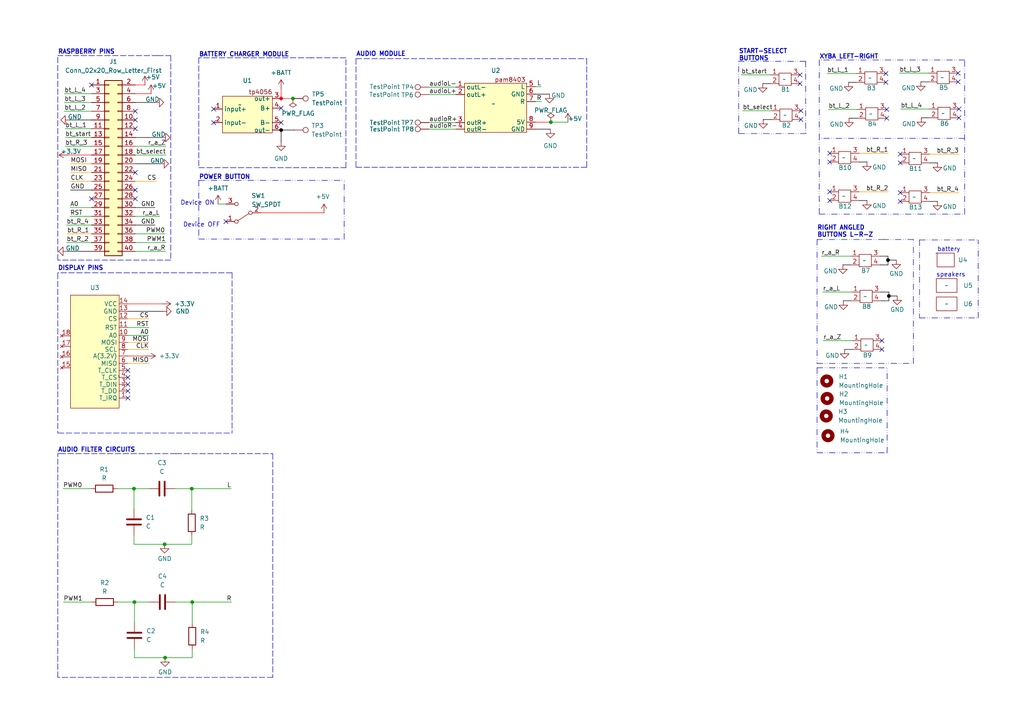
<source format=kicad_sch>
(kicad_sch (version 20230121) (generator eeschema)
  (paper "A4")
  (lib_symbols
    (symbol "Connector:TestPoint" (pin_numbers hide) (pin_names (offset 0.762) hide)
      (property "Reference" "TP" (at 0 6.858 0))
      (property "Value" "TestPoint" (at 0 5.08 0))
      (symbol "TestPoint_0_1"
        (circle (center 0 3.302) (radius 0.762))
      )
      (symbol "TestPoint_1_1"
        (pin passive line (at 0 0 90) (length 2.54) (name "1") (number "1"))
      )
    )
    (symbol "Connector_Generic:Conn_02x20_Odd_Even" (pin_names (offset 1.016) hide)
      (property "Reference" "J" (at 1.27 25.4 0))
      (property "Value" "Conn_02x20_Odd_Even" (at 1.27 -27.94 0))
      (symbol "Conn_02x20_Odd_Even_1_1"
        (rectangle (start -1.27 -25.273) (end 0 -25.527) (stroke (width 0.1524)))
        (rectangle (start -1.27 -22.733) (end 0 -22.987) (stroke (width 0.1524)))
        (rectangle (start -1.27 -20.193) (end 0 -20.447) (stroke (width 0.1524)))
        (rectangle (start -1.27 -17.653) (end 0 -17.907) (stroke (width 0.1524)))
        (rectangle (start -1.27 -15.113) (end 0 -15.367) (stroke (width 0.1524)))
        (rectangle (start -1.27 -12.573) (end 0 -12.827) (stroke (width 0.1524)))
        (rectangle (start -1.27 -10.033) (end 0 -10.287) (stroke (width 0.1524)))
        (rectangle (start -1.27 -7.493) (end 0 -7.747) (stroke (width 0.1524)))
        (rectangle (start -1.27 -4.953) (end 0 -5.207) (stroke (width 0.1524)))
        (rectangle (start -1.27 -2.413) (end 0 -2.667) (stroke (width 0.1524)))
        (rectangle (start -1.27 0.127) (end 0 -0.127) (stroke (width 0.1524)))
        (rectangle (start -1.27 2.667) (end 0 2.413) (stroke (width 0.1524)))
        (rectangle (start -1.27 5.207) (end 0 4.953) (stroke (width 0.1524)))
        (rectangle (start -1.27 7.747) (end 0 7.493) (stroke (width 0.1524)))
        (rectangle (start -1.27 10.287) (end 0 10.033) (stroke (width 0.1524)))
        (rectangle (start -1.27 12.827) (end 0 12.573) (stroke (width 0.1524)))
        (rectangle (start -1.27 15.367) (end 0 15.113) (stroke (width 0.1524)))
        (rectangle (start -1.27 17.907) (end 0 17.653) (stroke (width 0.1524)))
        (rectangle (start -1.27 20.447) (end 0 20.193) (stroke (width 0.1524)))
        (rectangle (start -1.27 22.987) (end 0 22.733) (stroke (width 0.1524)))
        (rectangle (start -1.27 24.13) (end 3.81 -26.67) (stroke (width 0.254)) (fill (type background)))
        (rectangle (start 3.81 -25.273) (end 2.54 -25.527) (stroke (width 0.1524)))
        (rectangle (start 3.81 -22.733) (end 2.54 -22.987) (stroke (width 0.1524)))
        (rectangle (start 3.81 -20.193) (end 2.54 -20.447) (stroke (width 0.1524)))
        (rectangle (start 3.81 -17.653) (end 2.54 -17.907) (stroke (width 0.1524)))
        (rectangle (start 3.81 -15.113) (end 2.54 -15.367) (stroke (width 0.1524)))
        (rectangle (start 3.81 -12.573) (end 2.54 -12.827) (stroke (width 0.1524)))
        (rectangle (start 3.81 -10.033) (end 2.54 -10.287) (stroke (width 0.1524)))
        (rectangle (start 3.81 -7.493) (end 2.54 -7.747) (stroke (width 0.1524)))
        (rectangle (start 3.81 -4.953) (end 2.54 -5.207) (stroke (width 0.1524)))
        (rectangle (start 3.81 -2.413) (end 2.54 -2.667) (stroke (width 0.1524)))
        (rectangle (start 3.81 0.127) (end 2.54 -0.127) (stroke (width 0.1524)))
        (rectangle (start 3.81 2.667) (end 2.54 2.413) (stroke (width 0.1524)))
        (rectangle (start 3.81 5.207) (end 2.54 4.953) (stroke (width 0.1524)))
        (rectangle (start 3.81 7.747) (end 2.54 7.493) (stroke (width 0.1524)))
        (rectangle (start 3.81 10.287) (end 2.54 10.033) (stroke (width 0.1524)))
        (rectangle (start 3.81 12.827) (end 2.54 12.573) (stroke (width 0.1524)))
        (rectangle (start 3.81 15.367) (end 2.54 15.113) (stroke (width 0.1524)))
        (rectangle (start 3.81 17.907) (end 2.54 17.653) (stroke (width 0.1524)))
        (rectangle (start 3.81 20.447) (end 2.54 20.193) (stroke (width 0.1524)))
        (rectangle (start 3.81 22.987) (end 2.54 22.733) (stroke (width 0.1524)))
        (pin passive line (at -5.08 22.86 0) (length 3.81) (name "Pin_1") (number "1"))
        (pin passive line (at 7.62 12.7 180) (length 3.81) (name "Pin_10") (number "10"))
        (pin passive line (at -5.08 10.16 0) (length 3.81) (name "Pin_11") (number "11"))
        (pin passive line (at 7.62 10.16 180) (length 3.81) (name "Pin_12") (number "12"))
        (pin passive line (at -5.08 7.62 0) (length 3.81) (name "Pin_13") (number "13"))
        (pin passive line (at 7.62 7.62 180) (length 3.81) (name "Pin_14") (number "14"))
        (pin passive line (at -5.08 5.08 0) (length 3.81) (name "Pin_15") (number "15"))
        (pin passive line (at 7.62 5.08 180) (length 3.81) (name "Pin_16") (number "16"))
        (pin passive line (at -5.08 2.54 0) (length 3.81) (name "Pin_17") (number "17"))
        (pin passive line (at 7.62 2.54 180) (length 3.81) (name "Pin_18") (number "18"))
        (pin passive line (at -5.08 0 0) (length 3.81) (name "Pin_19") (number "19"))
        (pin passive line (at 7.62 22.86 180) (length 3.81) (name "Pin_2") (number "2"))
        (pin passive line (at 7.62 0 180) (length 3.81) (name "Pin_20") (number "20"))
        (pin passive line (at -5.08 -2.54 0) (length 3.81) (name "Pin_21") (number "21"))
        (pin passive line (at 7.62 -2.54 180) (length 3.81) (name "Pin_22") (number "22"))
        (pin passive line (at -5.08 -5.08 0) (length 3.81) (name "Pin_23") (number "23"))
        (pin passive line (at 7.62 -5.08 180) (length 3.81) (name "Pin_24") (number "24"))
        (pin passive line (at -5.08 -7.62 0) (length 3.81) (name "Pin_25") (number "25"))
        (pin passive line (at 7.62 -7.62 180) (length 3.81) (name "Pin_26") (number "26"))
        (pin passive line (at -5.08 -10.16 0) (length 3.81) (name "Pin_27") (number "27"))
        (pin passive line (at 7.62 -10.16 180) (length 3.81) (name "Pin_28") (number "28"))
        (pin passive line (at -5.08 -12.7 0) (length 3.81) (name "Pin_29") (number "29"))
        (pin passive line (at -5.08 20.32 0) (length 3.81) (name "Pin_3") (number "3"))
        (pin passive line (at 7.62 -12.7 180) (length 3.81) (name "Pin_30") (number "30"))
        (pin passive line (at -5.08 -15.24 0) (length 3.81) (name "Pin_31") (number "31"))
        (pin passive line (at 7.62 -15.24 180) (length 3.81) (name "Pin_32") (number "32"))
        (pin passive line (at -5.08 -17.78 0) (length 3.81) (name "Pin_33") (number "33"))
        (pin passive line (at 7.62 -17.78 180) (length 3.81) (name "Pin_34") (number "34"))
        (pin passive line (at -5.08 -20.32 0) (length 3.81) (name "Pin_35") (number "35"))
        (pin passive line (at 7.62 -20.32 180) (length 3.81) (name "Pin_36") (number "36"))
        (pin passive line (at -5.08 -22.86 0) (length 3.81) (name "Pin_37") (number "37"))
        (pin passive line (at 7.62 -22.86 180) (length 3.81) (name "Pin_38") (number "38"))
        (pin passive line (at -5.08 -25.4 0) (length 3.81) (name "Pin_39") (number "39"))
        (pin passive line (at 7.62 20.32 180) (length 3.81) (name "Pin_4") (number "4"))
        (pin passive line (at 7.62 -25.4 180) (length 3.81) (name "Pin_40") (number "40"))
        (pin passive line (at -5.08 17.78 0) (length 3.81) (name "Pin_5") (number "5"))
        (pin passive line (at 7.62 17.78 180) (length 3.81) (name "Pin_6") (number "6"))
        (pin passive line (at -5.08 15.24 0) (length 3.81) (name "Pin_7") (number "7"))
        (pin passive line (at 7.62 15.24 180) (length 3.81) (name "Pin_8") (number "8"))
        (pin passive line (at -5.08 12.7 0) (length 3.81) (name "Pin_9") (number "9"))
      )
    )
    (symbol "Device:C" (pin_numbers hide) (pin_names (offset 0.254))
      (property "Reference" "C" (at 0.635 2.54 0))
      (property "Value" "C" (at 0.635 -2.54 0))
      (symbol "C_0_1"
        (polyline (pts (xy -2.032 -0.762) (xy 2.032 -0.762)) (stroke (width 0.508)))
        (polyline (pts (xy -2.032 0.762) (xy 2.032 0.762)) (stroke (width 0.508)))
      )
      (symbol "C_1_1"
        (pin passive line (at 0 3.81 270) (length 2.794) (name "~") (number "1"))
        (pin passive line (at 0 -3.81 90) (length 2.794) (name "~") (number "2"))
      )
    )
    (symbol "Device:R" (pin_numbers hide) (pin_names (offset 0))
      (property "Reference" "R" (at 2.032 0 90))
      (property "Value" "R" (at 0 0 90))
      (symbol "R_0_1"
        (rectangle (start -1.016 -2.54) (end 1.016 2.54) (stroke (width 0.254)))
      )
      (symbol "R_1_1"
        (pin passive line (at 0 3.81 270) (length 1.27) (name "~") (number "1"))
        (pin passive line (at 0 -3.81 90) (length 1.27) (name "~") (number "2"))
      )
    )
    (symbol "Mechanical:MountingHole" (pin_names (offset 1.016))
      (property "Reference" "H" (at 0 5.08 0))
      (property "Value" "MountingHole" (at 0 3.175 0))
      (symbol "MountingHole_0_1"
        (circle (center 0 0) (radius 1.27) (stroke (width 1.27)))
      )
    )
    (symbol "New_Library:ili9341"
      (property "Reference" "U" (at 4.064 19.685 0))
      (symbol "ili9341_1_1"
        (rectangle (start 7.366 17.526) (end -6.731 -15.24) (fill (type background)))
        (pin output line (at -9.271 14.605 0) (length 2.54) (name "T_IRQ") (number "1"))
        (pin output line (at -9.271 -3.556 0) (length 2.54) (name "A0") (number "10"))
        (pin output line (at -9.271 -5.842 0) (length 2.54) (name "RST") (number "11"))
        (pin output line (at -9.271 -8.382 0) (length 2.54) (name "CS") (number "12"))
        (pin output line (at -9.271 -10.541 0) (length 2.54) (name "GND") (number "13"))
        (pin output line (at -9.271 -12.7 0) (length 2.54) (name "VCC") (number "14"))
        (pin no_connect line (at 9.906 5.842 180) (length 2.54) (name "") (number "15"))
        (pin no_connect line (at 9.906 2.667 180) (length 2.54) (name "") (number "16"))
        (pin no_connect line (at 9.906 -0.381 180) (length 2.54) (name "") (number "17"))
        (pin no_connect line (at 9.906 -3.429 180) (length 2.54) (name "") (number "18"))
        (pin output line (at -9.271 12.573 0) (length 2.54) (name "T_DO") (number "2"))
        (pin output line (at -9.271 10.668 0) (length 2.54) (name "T_DIN") (number "3"))
        (pin output line (at -9.271 8.636 0) (length 2.54) (name "T_CS") (number "4"))
        (pin output line (at -9.271 6.604 0) (length 2.54) (name "T_CLK") (number "5"))
        (pin output line (at -9.271 4.572 0) (length 2.54) (name "MISO") (number "6"))
        (pin output line (at -9.271 2.413 0) (length 2.54) (name "A(3.2V)") (number "7"))
        (pin output line (at -9.271 0.508 0) (length 2.54) (name "SCL") (number "8"))
        (pin output line (at -9.271 -1.524 0) (length 2.54) (name "MOSI") (number "9"))
      )
    )
    (symbol "New_Library:pam8403"
      (property "Reference" "U" (at -1.905 6.985 0))
      (symbol "pam8403_1_1"
        (rectangle (start -8.382 5.969) (end 9.652 -8.255) (fill (type background)))
        (text "pam8403" (at 4.826 6.985 0) (effects (font (size 1.27 1.27))))
        (pin output line (at -10.922 4.826 0) (length 2.54) (name "outL-") (number "1"))
        (pin output line (at -10.922 2.667 0) (length 2.54) (name "outL+") (number "2"))
        (pin output line (at -10.922 -5.461 0) (length 2.54) (name "outR+") (number "3"))
        (pin output line (at -10.922 -7.366 0) (length 2.54) (name "outR-") (number "4"))
        (pin output line (at 12.192 4.953 180) (length 2.54) (name "L") (number "5"))
        (pin output line (at 12.192 2.794 180) (length 2.54) (name "GND") (number "6"))
        (pin output line (at 12.192 0.635 180) (length 2.54) (name "R") (number "7"))
        (pin output line (at 12.192 -5.334 180) (length 2.54) (name "5V") (number "8"))
        (pin output line (at 12.192 -7.366 180) (length 2.54) (name "GND") (number "9"))
      )
    )
    (symbol "New_Library:smd_button"
      (property "Reference" "B" (at -2.032 1.27 0))
      (symbol "smd_button_0_1"
        (rectangle (start -3.556 0) (end 0 -3.556))
      )
      (symbol "smd_button_1_1"
        (pin input line (at -6.096 -0.508 0) (length 2.54) (name "") (number "1"))
        (pin output line (at -6.096 -3.048 0) (length 2.54) (name "") (number "2"))
        (pin input line (at 2.54 -0.508 180) (length 2.54) (name "") (number "3"))
        (pin output line (at 2.54 -3.048 180) (length 2.54) (name "") (number "4"))
      )
    )
    (symbol "New_Library:tp4056"
      (property "Reference" "U" (at 4.9784 2.1844 0))
      (symbol "tp4056_1_1"
        (rectangle (start 0 -0.0762) (end 14.4526 -10.7442) (fill (type background)))
        (text "tp4056" (at 11.049 1.143 0) (effects (font (size 1.27 1.27))))
        (pin input line (at -2.54 -3.81 0) (length 2.54) (name "input+") (number "1"))
        (pin input line (at -2.54 -7.747 0) (length 2.54) (name "input-") (number "2"))
        (pin output line (at 17.018 -0.762 180) (length 2.54) (name "out+") (number "3"))
        (pin output line (at 17.018 -3.556 180) (length 2.54) (name "B+") (number "4"))
        (pin output line (at 17.018 -7.747 180) (length 2.54) (name "B-") (number "5"))
        (pin output line (at 17.018 -9.906 180) (length 2.54) (name "out-") (number "6"))
      )
    )
    (symbol "Switch:SW_SPDT" (pin_names (offset 0) hide)
      (property "Reference" "SW" (at 0 4.318 0))
      (property "Value" "SW_SPDT" (at 0 -5.08 0))
      (symbol "SW_SPDT_0_0"
        (circle (center -2.032 0) (radius 0.508))
        (circle (center 2.032 -2.54) (radius 0.508))
      )
      (symbol "SW_SPDT_0_1"
        (polyline (pts (xy -1.524 0.254) (xy 1.651 2.286)))
        (circle (center 2.032 2.54) (radius 0.508))
      )
      (symbol "SW_SPDT_1_1"
        (pin passive line (at 5.08 2.54 180) (length 2.54) (name "A") (number "1"))
        (pin passive line (at -5.08 0 0) (length 2.54) (name "B") (number "2"))
        (pin passive line (at 5.08 -2.54 180) (length 2.54) (name "C") (number "3"))
      )
    )
    (symbol "pil:hoparlor"
      (property "Reference" "U" (at 0 0 0))
      (symbol "hoparlor_0_1"
        (polyline (pts (xy -3 2) (xy 3 2) (xy 3 -2) (xy -3 -2) (xy -3 2)))
      )
    )
    (symbol "pil:pil"
      (property "Reference" "U" (at 1 1 0))
      (symbol "pil_0_1"
        (polyline (pts (xy 0 0) (xy 5 0) (xy 5 -4) (xy 0 -4) (xy 0 0)))
      )
    )
    (symbol "power:+3.3V" (power) (pin_names (offset 0))
      (property "Value" "+3.3V" (at 0 3.556 0))
      (symbol "+3.3V_0_1"
        (polyline (pts (xy -0.762 1.27) (xy 0 2.54)))
        (polyline (pts (xy 0 0) (xy 0 2.54)))
        (polyline (pts (xy 0 2.54) (xy 0.762 1.27)))
      )
      (symbol "+3.3V_1_1"
        (pin power_in line (at 0 0 90) (length 0) hide (name "+3.3V") (number "1"))
      )
    )
    (symbol "power:+5V" (power) (pin_names (offset 0))
      (property "Value" "+5V" (at 0 3.556 0))
      (symbol "+5V_0_1"
        (polyline (pts (xy -0.762 1.27) (xy 0 2.54)))
        (polyline (pts (xy 0 0) (xy 0 2.54)))
        (polyline (pts (xy 0 2.54) (xy 0.762 1.27)))
      )
      (symbol "+5V_1_1"
        (pin power_in line (at 0 0 90) (length 0) hide (name "+5V") (number "1"))
      )
    )
    (symbol "power:+BATT" (power) (pin_names (offset 0))
      (property "Value" "+BATT" (at 0 3.556 0))
      (symbol "+BATT_0_1"
        (polyline (pts (xy -0.762 1.27) (xy 0 2.54)))
        (polyline (pts (xy 0 0) (xy 0 2.54)))
        (polyline (pts (xy 0 2.54) (xy 0.762 1.27)))
      )
      (symbol "+BATT_1_1"
        (pin power_in line (at 0 0 90) (length 0) hide (name "+BATT") (number "1"))
      )
    )
    (symbol "power:GND" (power) (pin_names (offset 0))
      (property "Value" "GND" (at 0 -3.81 0))
      (symbol "GND_0_1"
        (polyline (pts (xy 0 0) (xy 0 -1.27) (xy 1.27 -1.27) (xy 0 -2.54) (xy -1.27 -1.27) (xy 0 -1.27)))
      )
      (symbol "GND_1_1"
        (pin power_in line (at 0 0 270) (length 0) hide (name "GND") (number "1"))
      )
    )
    (symbol "power:PWR_FLAG" (power) (pin_numbers hide) (pin_names (offset 0) hide)
      (property "Value" "PWR_FLAG" (at 0 3.81 0))
      (symbol "PWR_FLAG_0_0"
        (pin power_out line (at 0 0 90) (length 0) (name "pwr") (number "1"))
      )
      (symbol "PWR_FLAG_0_1"
        (polyline (pts (xy 0 0) (xy 0 1.27) (xy -1.016 1.905) (xy 0 2.54) (xy 1.016 1.905) (xy 0 1.27)))
      )
    )
  )
  (junction (at 55.626 141.732))
  (junction (at 81.534 37.719) (color 0 0 0 1))
  (junction (at 81.534 28.575) (color 255 0 0 1))
  (junction (at 47.752 157.861))
  (junction (at 84.963 28.575))
  (junction (at 257.556 75.438) (color 0 0 0 1))
  (junction (at 38.862 141.732))
  (junction (at 47.879 190.754))
  (junction (at 38.989 174.625))
  (junction (at 159.766 35.433))
  (junction (at 55.753 174.625))
  (junction (at 257.81 85.852) (color 0 0 0 1))
  (no_connect (at 240.665 58.166))
  (no_connect (at 232.283 34.671))
  (no_connect (at 256.921 23.876))
  (no_connect (at 261.112 44.704))
  (no_connect (at 232.029 21.717))
  (no_connect (at 278.13 31.623))
  (no_connect (at 39.243 32.258))
  (no_connect (at 240.665 55.626))
  (no_connect (at 39.243 55.118))
  (no_connect (at 232.029 24.257))
  (no_connect (at 261.112 47.244))
  (no_connect (at 277.876 23.749))
  (no_connect (at 240.665 46.99))
  (no_connect (at 39.243 34.798))
  (no_connect (at 37.084 107.442))
  (no_connect (at 255.778 98.806))
  (no_connect (at 278.13 34.163))
  (no_connect (at 61.976 31.623))
  (no_connect (at 81.534 31.369))
  (no_connect (at 240.665 44.45))
  (no_connect (at 26.543 24.638))
  (no_connect (at 37.084 113.411))
  (no_connect (at 232.283 32.131))
  (no_connect (at 81.534 35.56))
  (no_connect (at 37.084 109.474))
  (no_connect (at 61.976 35.56))
  (no_connect (at 37.084 115.443))
  (no_connect (at 261.112 55.88))
  (no_connect (at 26.543 57.658))
  (no_connect (at 261.112 58.42))
  (no_connect (at 257.175 31.75))
  (no_connect (at 257.175 34.29))
  (no_connect (at 39.243 57.658))
  (no_connect (at 39.243 37.338))
  (no_connect (at 37.084 111.506))
  (no_connect (at 277.876 21.209))
  (no_connect (at 255.778 101.346))
  (no_connect (at 256.921 21.336))
  (no_connect (at 65.532 64.262))
  (no_connect (at 39.243 50.038))
  (wire (pts (xy 271.907 47.244) (xy 269.748 47.244)) (stroke (width 0) (color 0 0 0 1)))
  (wire (pts (xy 269.748 55.88) (xy 278.13 55.88)) (stroke (width 0) (color 255 153 0 1)))
  (wire (pts (xy 38.862 141.732) (xy 43.18 141.732)))
  (polyline (pts (xy 57.658 48.641) (xy 100.33 48.641)) (stroke (width 0) (type dash)))
  (wire (pts (xy 42.545 103.251) (xy 37.084 103.251)) (stroke (width 0) (color 255 0 0 1)))
  (polyline (pts (xy 103.251 17.018) (xy 165.354 17.018)) (stroke (width 0) (type dash)))
  (wire (pts (xy 18.923 39.878) (xy 26.543 39.878)))
  (wire (pts (xy 84.963 28.575) (xy 85.344 28.575)) (stroke (width 0) (color 255 0 0 1)))
  (wire (pts (xy 248.285 23.876) (xy 246.126 23.876)) (stroke (width 0) (color 0 0 0 1)))
  (wire (pts (xy 20.32 60.198) (xy 26.543 60.198)))
  (polyline (pts (xy 165.354 17.018) (xy 170.18 17.018)) (stroke (width 0) (type dash)))
  (wire (pts (xy 155.321 29.464) (xy 157.099 29.464)))
  (wire (pts (xy 38.862 141.732) (xy 38.862 147.574)))
  (polyline (pts (xy 57.658 52.324) (xy 57.658 69.342)) (stroke (width 0) (type dash_dot_dot)))
  (wire (pts (xy 34.036 141.732) (xy 38.862 141.732)))
  (wire (pts (xy 269.748 44.704) (xy 278.13 44.704)) (stroke (width 0) (color 255 153 0 1)))
  (wire (pts (xy 18.288 141.732) (xy 26.416 141.732)))
  (polyline (pts (xy 236.982 69.469) (xy 236.982 105.41)) (stroke (width 0) (type dash_dot_dot)))
  (wire (pts (xy 159.766 35.433) (xy 164.719 35.433)))
  (wire (pts (xy 257.556 75.438) (xy 257.556 74.295)) (stroke (width 0) (color 0 0 0 1)))
  (wire (pts (xy 46.99 88.138) (xy 37.084 88.138)) (stroke (width 0) (color 255 0 0 1)))
  (wire (pts (xy 47.117 90.297) (xy 37.084 90.297)) (stroke (width 0) (color 0 0 0 1)))
  (wire (pts (xy 223.647 34.671) (xy 221.361 34.671)) (stroke (width 0) (color 0 0 0 1)))
  (wire (pts (xy 18.669 32.258) (xy 26.543 32.258)))
  (wire (pts (xy 257.81 85.852) (xy 257.81 84.709)) (stroke (width 0) (color 0 0 0 1)))
  (wire (pts (xy 260.858 21.209) (xy 269.24 21.209)))
  (wire (pts (xy 38.989 174.625) (xy 43.307 174.625)))
  (wire (pts (xy 271.907 58.42) (xy 269.748 58.42)) (stroke (width 0) (color 0 0 0 1)))
  (wire (pts (xy 18.669 29.718) (xy 26.543 29.718)))
  (wire (pts (xy 39.243 39.878) (xy 46.736 39.878)) (stroke (width 0) (color 0 0 0 1)))
  (wire (pts (xy 39.243 62.738) (xy 46.355 62.738)))
  (wire (pts (xy 39.243 44.958) (xy 48.133 44.958)))
  (wire (pts (xy 37.084 97.282) (xy 43.18 97.282)))
  (wire (pts (xy 249.301 55.626) (xy 257.683 55.626)) (stroke (width 0) (color 255 153 0 1)))
  (wire (pts (xy 39.243 67.818) (xy 47.879 67.818)))
  (polyline (pts (xy 100.33 48.641) (xy 100.33 16.764)) (stroke (width 0) (type dash)))
  (wire (pts (xy 18.415 174.625) (xy 26.543 174.625)))
  (wire (pts (xy 39.243 52.578) (xy 45.339 52.578)) (stroke (width 0) (color 255 153 0 1)))
  (wire (pts (xy 38.989 190.754) (xy 47.879 190.754)))
  (polyline (pts (xy 266.7 69.596) (xy 266.7 92.202)) (stroke (width 0) (type dash_dot_dot)))
  (wire (pts (xy 55.626 141.732) (xy 55.626 147.828)))
  (wire (pts (xy 50.927 174.625) (xy 55.753 174.625)))
  (wire (pts (xy 39.243 60.198) (xy 44.958 60.198)) (stroke (width 0) (color 0 0 0 1)))
  (wire (pts (xy 155.321 25.146) (xy 156.972 25.146)))
  (polyline (pts (xy 45.72 16.129) (xy 49.53 16.129)) (stroke (width 0) (type dash)))
  (polyline (pts (xy 236.982 105.41) (xy 264.922 105.41)) (stroke (width 0) (type dash_dot_dot)))
  (wire (pts (xy 19.431 67.818) (xy 26.543 67.818)) (stroke (width 0) (color 255 153 0 1)))
  (polyline (pts (xy 79.121 196.469) (xy 16.764 196.469)) (stroke (width 0) (type dash)))
  (polyline (pts (xy 90.424 16.764) (xy 57.658 16.764)) (stroke (width 0) (type dash)))
  (polyline (pts (xy 16.764 79.248) (xy 16.764 125.603)) (stroke (width 0) (type dash)))
  (wire (pts (xy 19.685 44.958) (xy 26.543 44.958)) (stroke (width 0) (color 255 0 0 1)))
  (wire (pts (xy 55.753 174.625) (xy 67.183 174.625)))
  (wire (pts (xy 246.634 76.835) (xy 244.475 76.835)) (stroke (width 0) (color 0 0 0 1)))
  (wire (pts (xy 55.626 141.732) (xy 67.056 141.732)))
  (wire (pts (xy 20.193 34.798) (xy 26.543 34.798)) (stroke (width 0) (color 0 0 0 1)))
  (wire (pts (xy 38.862 157.861) (xy 47.752 157.861)))
  (polyline (pts (xy 233.807 38.735) (xy 214.376 38.735)) (stroke (width 0) (type dash_dot_dot)))
  (wire (pts (xy 247.142 101.346) (xy 244.983 101.346)) (stroke (width 0) (color 0 0 0 1)))
  (polyline (pts (xy 264.922 105.41) (xy 264.922 69.469)) (stroke (width 0) (type dash_dot_dot)))
  (polyline (pts (xy 103.251 17.018) (xy 103.251 48.514)) (stroke (width 0) (type dash)))
  (wire (pts (xy 124.46 37.465) (xy 132.207 37.465)))
  (polyline (pts (xy 257.302 131.318) (xy 257.302 106.68)) (stroke (width 0) (type dash_dot_dot)))
  (wire (pts (xy 251.46 46.99) (xy 249.301 46.99)) (stroke (width 0) (color 0 0 0 1)))
  (wire (pts (xy 238.76 98.806) (xy 247.142 98.806)))
  (polyline (pts (xy 266.7 69.596) (xy 283.718 69.596)) (stroke (width 0) (type dash_dot_dot)))
  (polyline (pts (xy 233.68 17.78) (xy 214.249 17.78)) (stroke (width 0) (type dash_dot_dot)))
  (wire (pts (xy 124.46 35.56) (xy 132.207 35.56)))
  (polyline (pts (xy 279.781 40.132) (xy 237.744 40.132)) (stroke (width 0) (type dash_dot_dot)))
  (wire (pts (xy 18.923 42.418) (xy 26.543 42.418)))
  (wire (pts (xy 240.284 31.75) (xy 248.539 31.75)))
  (polyline (pts (xy 236.982 106.68) (xy 257.302 106.68)) (stroke (width 0) (type dash_dot_dot)))
  (polyline (pts (xy 283.718 92.202) (xy 283.718 69.596)) (stroke (width 0) (type dash_dot_dot)))
  (wire (pts (xy 20.32 62.738) (xy 26.543 62.738)))
  (wire (pts (xy 50.8 141.732) (xy 55.626 141.732)))
  (wire (pts (xy 47.752 157.861) (xy 55.626 157.861)))
  (wire (pts (xy 257.556 74.295) (xy 255.27 74.295)) (stroke (width 0) (color 0 0 0 1)))
  (wire (pts (xy 257.556 75.438) (xy 257.556 76.835)) (stroke (width 0) (color 0 0 0 1)))
  (polyline (pts (xy 236.982 106.68) (xy 236.982 131.318)) (stroke (width 0) (type dash_dot_dot)))
  (polyline (pts (xy 279.781 62.103) (xy 279.781 17.399)) (stroke (width 0) (type dash_dot_dot)))
  (wire (pts (xy 19.304 70.358) (xy 26.543 70.358)))
  (polyline (pts (xy 103.251 48.514) (xy 165.354 48.514)) (stroke (width 0) (type dash)))
  (wire (pts (xy 246.888 87.249) (xy 244.602 87.249)) (stroke (width 0) (color 0 0 0 1)))
  (wire (pts (xy 238.252 74.295) (xy 246.634 74.295)))
  (polyline (pts (xy 45.72 16.129) (xy 17.78 16.129)) (stroke (width 0) (type dash)))
  (wire (pts (xy 39.243 72.898) (xy 48.006 72.898)))
  (wire (pts (xy 39.243 47.498) (xy 46.355 47.498)) (stroke (width 0) (color 0 0 0 1)))
  (polyline (pts (xy 16.764 16.129) (xy 17.78 16.129)) (stroke (width 0) (type dash)))
  (polyline (pts (xy 237.617 62.103) (xy 279.781 62.103)) (stroke (width 0) (type dash_dot_dot)))
  (wire (pts (xy 261.239 31.623) (xy 269.494 31.623)))
  (wire (pts (xy 81.534 25.654) (xy 81.534 28.575)) (stroke (width 0) (color 255 0 0 1)))
  (wire (pts (xy 37.084 92.456) (xy 43.18 92.456)) (stroke (width 0) (color 255 153 0 1)))
  (wire (pts (xy 63.246 59.182) (xy 65.532 59.182)))
  (polyline (pts (xy 51.054 131.572) (xy 18.288 131.572)) (stroke (width 0) (type dash)))
  (wire (pts (xy 39.243 27.178) (xy 43.815 27.178)) (stroke (width 0) (color 255 0 0 1)))
  (wire (pts (xy 20.447 52.578) (xy 26.543 52.578)) (stroke (width 0) (color 255 153 0 1)))
  (wire (pts (xy 215.011 21.717) (xy 223.393 21.717)))
  (wire (pts (xy 257.556 75.438) (xy 259.969 75.438)) (stroke (width 0) (color 0 0 0 1)))
  (polyline (pts (xy 57.658 16.764) (xy 57.658 48.641)) (stroke (width 0) (type dash)))
  (wire (pts (xy 257.81 85.852) (xy 260.223 85.852)) (stroke (width 0) (color 0 0 0 1)))
  (polyline (pts (xy 16.764 196.469) (xy 16.764 131.572)) (stroke (width 0) (type dash)))
  (polyline (pts (xy 266.7 92.202) (xy 283.718 92.202)) (stroke (width 0) (type dash_dot_dot)))
  (wire (pts (xy 37.084 105.41) (xy 43.18 105.41)) (stroke (width 0) (color 255 153 0 1)))
  (polyline (pts (xy 79.121 131.572) (xy 79.121 196.469)) (stroke (width 0) (type dash)))
  (wire (pts (xy 47.879 190.754) (xy 55.753 190.754)))
  (polyline (pts (xy 237.617 17.399) (xy 237.617 38.989)) (stroke (width 0) (type dash_dot_dot)))
  (polyline (pts (xy 279.781 17.399) (xy 237.617 17.399)) (stroke (width 0) (type dash_dot_dot)))
  (polyline (pts (xy 99.822 69.342) (xy 99.822 52.324)) (stroke (width 0) (type dash_dot_dot)))
  (polyline (pts (xy 233.68 17.78) (xy 233.68 38.735)) (stroke (width 0) (type dash_dot_dot)))
  (polyline (pts (xy 236.982 131.318) (xy 257.302 131.318)) (stroke (width 0) (type dash_dot_dot)))
  (polyline (pts (xy 49.53 16.129) (xy 49.53 75.438)) (stroke (width 0) (type dash)))
  (wire (pts (xy 124.46 27.432) (xy 132.207 27.432)))
  (polyline (pts (xy 49.53 75.438) (xy 16.764 75.438)) (stroke (width 0) (type dash)))
  (wire (pts (xy 124.46 25.273) (xy 132.207 25.273)))
  (wire (pts (xy 215.392 32.131) (xy 223.647 32.131)))
  (wire (pts (xy 39.243 24.638) (xy 42.037 24.638)) (stroke (width 0) (color 255 0 0 1)))
  (wire (pts (xy 257.81 84.709) (xy 255.524 84.709)) (stroke (width 0) (color 0 0 0 1)))
  (wire (pts (xy 159.639 37.465) (xy 155.321 37.465)) (stroke (width 0) (color 0 0 0 1)))
  (wire (pts (xy 248.539 34.29) (xy 246.253 34.29)) (stroke (width 0) (color 0 0 0 1)))
  (wire (pts (xy 257.81 85.852) (xy 257.81 87.249)) (stroke (width 0) (color 0 0 0 1)))
  (polyline (pts (xy 16.764 131.572) (xy 18.288 131.572)) (stroke (width 0) (type dash)))
  (polyline (pts (xy 100.33 16.764) (xy 90.043 16.764)) (stroke (width 0) (type dash)))
  (wire (pts (xy 20.447 47.498) (xy 26.543 47.498)) (stroke (width 0) (color 255 153 0 1)))
  (wire (pts (xy 239.903 21.336) (xy 248.285 21.336)))
  (wire (pts (xy 159.766 35.433) (xy 155.321 35.433)) (stroke (width 0) (color 255 0 0 1)))
  (wire (pts (xy 251.46 58.166) (xy 249.301 58.166)) (stroke (width 0) (color 0 0 0 1)))
  (wire (pts (xy 85.344 37.719) (xy 81.534 37.719)) (stroke (width 0) (color 0 0 0 1)))
  (wire (pts (xy 269.494 34.163) (xy 267.208 34.163)) (stroke (width 0) (color 0 0 0 1)))
  (wire (pts (xy 34.163 174.625) (xy 38.989 174.625)))
  (polyline (pts (xy 67.31 79.121) (xy 16.764 79.121)) (stroke (width 0) (type dash)))
  (wire (pts (xy 39.243 42.418) (xy 48.133 42.418)))
  (wire (pts (xy 55.626 157.861) (xy 55.626 155.448)))
  (wire (pts (xy 39.243 65.278) (xy 44.958 65.278)) (stroke (width 0) (color 0 0 0 1)))
  (wire (pts (xy 20.447 55.118) (xy 26.543 55.118)) (stroke (width 0) (color 0 0 0 1)))
  (wire (pts (xy 257.81 87.249) (xy 255.524 87.249)) (stroke (width 0) (color 0 0 0 1)))
  (wire (pts (xy 20.447 50.038) (xy 26.543 50.038)) (stroke (width 0) (color 255 153 0 1)))
  (wire (pts (xy 249.301 44.45) (xy 257.683 44.45)) (stroke (width 0) (color 255 153 0 1)))
  (wire (pts (xy 223.393 24.257) (xy 221.234 24.257)) (stroke (width 0) (color 0 0 0 1)))
  (polyline (pts (xy 67.31 79.121) (xy 67.31 125.476)) (stroke (width 0) (type dash)))
  (polyline (pts (xy 170.18 48.514) (xy 165.1 48.514)) (stroke (width 0) (type dash)))
  (wire (pts (xy 37.084 101.346) (xy 43.18 101.346)) (stroke (width 0) (color 255 153 0 1)))
  (wire (pts (xy 39.243 70.358) (xy 48.133 70.358)))
  (wire (pts (xy 37.084 94.996) (xy 43.18 94.996)))
  (wire (pts (xy 55.753 174.625) (xy 55.753 180.721)))
  (wire (pts (xy 159.385 27.305) (xy 155.321 27.305)) (stroke (width 0) (color 0 0 0 1)))
  (wire (pts (xy 18.669 27.178) (xy 26.543 27.178)))
  (polyline (pts (xy 237.617 38.989) (xy 237.617 62.103)) (stroke (width 0) (type dash_dot_dot)))
  (wire (pts (xy 18.923 37.338) (xy 26.543 37.338)))
  (wire (pts (xy 81.534 28.575) (xy 84.963 28.575)) (stroke (width 0) (color 255 0 0 1)))
  (wire (pts (xy 81.534 41.148) (xy 81.534 37.719)) (stroke (width 0) (color 0 0 0 1)))
  (polyline (pts (xy 57.658 69.342) (xy 99.822 69.342)) (stroke (width 0) (type dash_dot_dot)))
  (wire (pts (xy 38.862 155.194) (xy 38.862 157.861)))
  (wire (pts (xy 39.243 29.718) (xy 44.958 29.718)) (stroke (width 0) (color 0 0 0 1)))
  (wire (pts (xy 257.556 76.835) (xy 255.27 76.835)) (stroke (width 0) (color 0 0 0 1)))
  (wire (pts (xy 238.633 84.709) (xy 246.888 84.709)))
  (wire (pts (xy 38.989 188.087) (xy 38.989 190.754)))
  (wire (pts (xy 19.558 72.898) (xy 26.543 72.898)) (stroke (width 0) (color 0 0 0 1)))
  (wire (pts (xy 19.304 65.278) (xy 26.543 65.278)))
  (wire (pts (xy 38.989 174.625) (xy 38.989 180.467)))
  (polyline (pts (xy 170.18 17.018) (xy 170.18 48.514)) (stroke (width 0) (type dash)))
  (polyline (pts (xy 264.922 69.469) (xy 256.413 69.469)) (stroke (width 0) (type dash_dot_dot)))
  (polyline (pts (xy 16.764 75.438) (xy 16.764 16.129)) (stroke (width 0) (type dash)))
  (polyline (pts (xy 51.054 131.572) (xy 79.121 131.572)) (stroke (width 0) (type dash)))
  (wire (pts (xy 55.753 190.754) (xy 55.753 188.341)))
  (wire (pts (xy 37.084 99.314) (xy 43.18 99.314)) (stroke (width 0) (color 255 153 0 1)))
  (polyline (pts (xy 57.658 52.324) (xy 99.822 52.324)) (stroke (width 0) (type dash_dot_dot)))
  (polyline (pts (xy 256.413 69.469) (xy 236.982 69.469)) (stroke (width 0) (type dash_dot_dot)))
  (polyline (pts (xy 214.249 38.735) (xy 214.249 17.78)) (stroke (width 0) (type dash_dot_dot)))
  (wire (pts (xy 75.692 61.722) (xy 93.98 61.722)) (stroke (width 0) (color 255 0 0 1)))
  (wire (pts (xy 269.24 23.749) (xy 267.081 23.749)) (stroke (width 0) (color 0 0 0 1)))
  (polyline (pts (xy 16.891 125.603) (xy 67.31 125.603)) (stroke (width 0) (type dash)))
  (text "RIGHT ANGLED\nBUTTONS L-R-Z" (at 236.982 68.961 0) (effects (font (size 1.27 1.27) (thickness 0.254) bold) (justify left bottom)))
  (text "POWER BUTTON" (at 57.658 52.197 0) (effects (font (size 1.27 1.27) (thickness 0.254) bold) (justify left bottom)))
  (text "XYBA LEFT-RIGHT " (at 237.617 17.272 0) (effects (font (size 1.27 1.27) (thickness 0.254) bold) (justify left bottom)))
  (text "START-SELECT \nBUTTONS" (at 214.249 17.78 0) (effects (font (size 1.27 1.27) (thickness 0.254) bold) (justify left bottom)))
  (text "BATTERY CHARGER MODULE" (at 57.658 16.637 0) (effects (font (size 1.27 1.27) (thickness 0.254) bold) (justify left bottom)))
  (text "speakers" (at 271.526 80.518 0) (effects (font (size 1.27 1.27)) (justify left bottom)))
  (text "Device ON\n" (at 52.324 59.69 0) (effects (font (size 1.27 1.27)) (justify left bottom)))
  (text "DISPLAY PINS" (at 16.764 78.613 0) (effects (font (size 1.27 1.27) (thickness 0.254) bold) (justify left bottom)))
  (text "Device OFF\n" (at 53.086 66.04 0) (effects (font (size 1.27 1.27)) (justify left bottom)))
  (text "AUDIO MODULE" (at 103.251 16.51 0) (effects (font (size 1.27 1.27) (thickness 0.254) bold) (justify left bottom)))
  (text "AUDIO FILTER CIRCUITS" (at 16.764 131.318 0) (effects (font (size 1.27 1.27) (thickness 0.254) bold) (justify left bottom)))
  (text "RASPBERRY PINS" (at 16.764 15.875 0) (effects (font (size 1.27 1.27) (thickness 0.254) bold) (justify left bottom)))
  (text "battery" (at 271.78 73.152 0) (effects (font (size 1.27 1.27)) (justify left bottom)))
  (label "bt_R_2" (at 257.683 55.626 180))
  (label "PWM1" (at 18.415 174.625 0))
  (label "audioL-" (at 124.46 25.273 0))
  (label "bt_L_1" (at 18.923 37.338 0))
  (label "PWM0" (at 47.879 67.818 180))
  (label "R" (at 67.183 174.625 180))
  (label "RST" (at 43.18 94.996 180))
  (label "bt_L_4" (at 261.239 31.623 0))
  (label "GND" (at 20.447 55.118 0))
  (label "audioR-" (at 124.46 37.465 0))
  (label "R" (at 157.099 29.464 180))
  (label "r_a_R" (at 238.252 74.295 0))
  (label "r_a_L" (at 238.633 84.709 0))
  (label "bt_select" (at 48.133 44.958 180))
  (label "CLK" (at 43.18 101.346 180))
  (label "bt_L_2" (at 240.284 31.75 0))
  (label "bt_R_4" (at 278.13 55.88 180))
  (label "MISO" (at 43.18 105.41 180))
  (label "CS" (at 45.339 52.578 180))
  (label "bt_L_4" (at 18.669 27.178 0))
  (label "MISO" (at 20.447 50.038 0))
  (label "GND" (at 44.958 65.278 180))
  (label "PWM1" (at 48.133 70.358 180))
  (label "bt_R_2" (at 19.304 70.358 0))
  (label "r_a_Z" (at 238.76 98.806 0))
  (label "audioL+" (at 124.46 27.432 0))
  (label "L" (at 156.972 25.146 180))
  (label "bt_R_1" (at 19.431 67.818 0))
  (label "bt_R_1" (at 257.683 44.45 180))
  (label "bt_R_4" (at 19.304 65.278 0))
  (label "bt_L_1" (at 239.903 21.336 0))
  (label "bt_select" (at 215.392 32.131 0))
  (label "PWM0" (at 18.288 141.732 0))
  (label "RST" (at 20.32 62.738 0))
  (label "bt_L_2" (at 18.669 32.258 0))
  (label "bt_start" (at 215.011 21.717 0))
  (label "bt_R_3" (at 278.13 44.704 180))
  (label "r_a_R" (at 48.006 72.898 180))
  (label "CLK" (at 20.447 52.578 0))
  (label "A0" (at 43.18 97.282 180))
  (label "GND" (at 44.958 60.198 180))
  (label "bt_L_3" (at 18.669 29.718 0))
  (label "MOSI" (at 20.447 47.498 0))
  (label "MOSI" (at 43.18 99.314 180))
  (label "L" (at 67.056 141.732 180))
  (label "r_a_L" (at 46.355 62.738 180))
  (label "audioR+" (at 124.46 35.56 0))
  (label "bt_R_3" (at 18.923 42.418 0))
  (label "bt_start" (at 18.923 39.878 0))
  (label "A0" (at 20.32 60.198 0))
  (label "bt_L_3" (at 260.858 21.209 0))
  (label "CS" (at 43.18 92.456 180))
  (label "r_a_Z" (at 48.133 42.418 180))
  (symbol (lib_id "New_Library:smd_button") (at 246.761 55.118 0) (unit 1)
    (property "Reference" "B12" (at 245.11 59.817 0))
    (property "Value" "~" (at 244.729 56.896 0))
    (property "Footprint" "smd_button_grond:45x45x55" (effects hide))
    (property "Datasheet" "4.5x4.5x5mm smd button" (effects hide))
  )
  (symbol (lib_id "power:GND") (at 260.223 85.852 0) (unit 1)
    (property "Reference" "#PWR036" (effects hide))
    (property "Value" "GND" (at 260.223 89.789 0))
  )
  (symbol (lib_id "power:PWR_FLAG") (at 159.766 35.433 0) (unit 1)
    (property "Reference" "#FLG02" (effects hide))
    (property "Value" "PWR_FLAG" (at 159.766 32.004 0))
  )
  (symbol (lib_id "power:GND") (at 47.879 190.754 0) (unit 1)
    (property "Reference" "#PWR02" (effects hide))
    (property "Value" "GND" (at 47.879 194.945 0))
  )
  (symbol (lib_id "power:+3.3V") (at 46.99 88.138 270) (unit 1)
    (property "Reference" "#PWR03" (effects hide))
    (property "Value" "+3.3V" (at 50.546 88.138 90) (effects (justify left)))
  )
  (symbol (lib_id "pil:hoparlor") (at 274.574 88.138 0) (unit 1)
    (property "Reference" "U6" (at 279.4 88.138 0) (effects (justify left)))
    (property "Value" "~" (at 274.574 88.138 0))
    (property "Footprint" "hoparlor:hoparlor" (effects hide))
  )
  (symbol (lib_id "power:GND") (at 271.907 58.42 0) (unit 1)
    (property "Reference" "#PWR026" (effects hide))
    (property "Value" "GND" (at 275.463 59.944 0))
  )
  (symbol (lib_id "Device:C") (at 38.989 184.277 0) (unit 1)
    (property "Reference" "C2" (at 42.418 183.007 0) (effects (justify left)))
    (property "Value" "C" (at 42.418 185.547 0) (effects (justify left)))
    (property "Footprint" "Capacitor_SMD:C_0805_2012Metric_Pad1.18x1.45mm_HandSolder" (effects hide))
  )
  (symbol (lib_id "Mechanical:MountingHole") (at 239.7925 110.5093 0) (unit 1)
    (property "Reference" "H1" (at 243.2215 109.2393 0) (effects (justify left)))
    (property "Value" "MountingHole" (at 243.2215 111.7793 0) (effects (justify left)))
    (property "Footprint" "MountingHole:MountingHole_3mm" (effects hide))
  )
  (symbol (lib_id "New_Library:smd_button") (at 252.984 84.201 0) (unit 1)
    (property "Reference" "B8" (at 251.333 88.9 0))
    (property "Value" "~" (at 250.952 85.979 0))
    (property "Footprint" "Button_Switch_THT:SW_Tactile_SPST_Angled_PTS645Vx58-2LFS" (effects hide))
    (property "Datasheet" "4.5x4.5x5mm smd button" (effects hide))
  )
  (symbol (lib_id "power:GND") (at 246.126 23.876 0) (unit 1)
    (property "Reference" "#PWR018" (effects hide))
    (property "Value" "GND" (at 242.57 25.654 0))
  )
  (symbol (lib_id "New_Library:smd_button") (at 229.489 21.209 0) (unit 1)
    (property "Reference" "B1" (at 227.838 25.908 0))
    (property "Value" "~" (at 227.457 22.987 0))
    (property "Footprint" "smd_button_grond:45x45x55" (effects hide))
    (property "Datasheet" "4.5x4.5x5mm smd button" (effects hide))
  )
  (symbol (lib_id "power:GND") (at 259.969 75.438 0) (unit 1)
    (property "Reference" "#PWR035" (effects hide))
    (property "Value" "GND" (at 259.969 79.375 0))
  )
  (symbol (lib_id "Connector:TestPoint") (at 124.46 35.56 90) (unit 1)
    (property "Reference" "TP7" (at 120.015 35.56 90) (effects (justify left)))
    (property "Value" "TestPoint" (at 116.078 35.56 90) (effects (justify left)))
    (property "Footprint" "TestPoint:TestPoint_Pad_3.0x3.0mm" (effects hide))
  )
  (symbol (lib_id "power:GND") (at 44.958 29.718 90) (unit 1)
    (property "Reference" "#PWR030" (effects hide))
    (property "Value" "GND" (at 42.164 28.829 90) (effects (justify right)))
  )
  (symbol (lib_id "New_Library:smd_button") (at 253.238 98.298 0) (unit 1)
    (property "Reference" "B9" (at 251.587 102.997 0))
    (property "Value" "~" (at 251.206 100.076 0))
    (property "Footprint" "smd_button_grond:45x45x55" (effects hide))
    (property "Datasheet" "4.5x4.5x5mm smd button" (effects hide))
  )
  (symbol (lib_id "power:GND") (at 159.639 37.465 0) (unit 1)
    (property "Reference" "#PWR014" (effects hide))
    (property "Value" "GND" (at 159.639 42.291 0))
  )
  (symbol (lib_id "Connector:TestPoint") (at 124.46 27.432 90) (unit 1)
    (property "Reference" "TP6" (at 120.015 27.559 90) (effects (justify left)))
    (property "Value" "TestPoint" (at 115.951 27.432 90) (effects (justify left)))
    (property "Footprint" "TestPoint:TestPoint_Pad_3.0x3.0mm" (effects hide))
  )
  (symbol (lib_id "New_Library:smd_button") (at 275.336 20.701 0) (unit 1)
    (property "Reference" "B5" (at 273.685 25.4 0))
    (property "Value" "~" (at 273.304 22.479 0))
    (property "Footprint" "smd_button_grond:45x45x55" (effects hide))
    (property "Datasheet" "4.5x4.5x5mm smd button" (effects hide))
  )
  (symbol (lib_id "power:GND") (at 244.602 87.249 0) (unit 1)
    (property "Reference" "#PWR023" (effects hide))
    (property "Value" "GND" (at 241.046 89.027 0))
  )
  (symbol (lib_id "Device:C") (at 46.99 141.732 90) (unit 1)
    (property "Reference" "C3" (at 46.99 134.239 90))
    (property "Value" "C" (at 46.99 136.779 90))
    (property "Footprint" "Capacitor_SMD:CP_Elec_4x5.4" (effects hide))
  )
  (symbol (lib_id "Device:R") (at 55.626 151.638 0) (unit 1)
    (property "Reference" "R3" (at 57.912 150.368 0) (effects (justify left)))
    (property "Value" "R" (at 57.912 152.908 0) (effects (justify left)))
    (property "Footprint" "Resistor_SMD:R_0805_2012Metric_Pad1.20x1.40mm_HandSolder" (effects hide))
  )
  (symbol (lib_id "power:PWR_FLAG") (at 84.963 28.575 180) (unit 1)
    (property "Reference" "#FLG01" (effects hide))
    (property "Value" "PWR_FLAG" (at 86.487 32.893 0))
  )
  (symbol (lib_id "Connector:TestPoint") (at 124.46 37.465 90) (unit 1)
    (property "Reference" "TP8" (at 120.142 37.465 90) (effects (justify left)))
    (property "Value" "TestPoint" (at 116.078 37.465 90) (effects (justify left)))
    (property "Footprint" "TestPoint:TestPoint_Pad_3.0x3.0mm" (effects hide))
  )
  (symbol (lib_id "power:+BATT") (at 81.534 25.654 0) (unit 1)
    (property "Reference" "#PWR011" (effects hide))
    (property "Value" "+BATT" (at 81.534 21.082 0))
  )
  (symbol (lib_id "New_Library:smd_button") (at 267.208 44.196 0) (unit 1)
    (property "Reference" "B11" (at 265.557 48.895 0))
    (property "Value" "~" (at 265.176 45.974 0))
    (property "Footprint" "smd_button_grond:45x45x55" (effects hide))
    (property "Datasheet" "4.5x4.5x5mm smd button" (effects hide))
  )
  (symbol (lib_id "Device:C") (at 38.862 151.384 0) (unit 1)
    (property "Reference" "C1" (at 42.291 150.114 0) (effects (justify left)))
    (property "Value" "C" (at 42.291 152.654 0) (effects (justify left)))
    (property "Footprint" "Capacitor_SMD:C_0805_2012Metric_Pad1.18x1.45mm_HandSolder" (effects hide))
  )
  (symbol (lib_id "power:GND") (at 46.736 39.878 90) (unit 1)
    (property "Reference" "#PWR029" (effects hide))
    (property "Value" "GND" (at 43.942 38.989 90) (effects (justify right)))
  )
  (symbol (lib_id "power:+3.3V") (at 42.545 103.251 270) (unit 1)
    (property "Reference" "#PWR05" (effects hide))
    (property "Value" "+3.3V" (at 46.101 103.251 90) (effects (justify left)))
  )
  (symbol (lib_id "New_Library:smd_button") (at 267.208 55.372 0) (unit 1)
    (property "Reference" "B13" (at 265.557 60.071 0))
    (property "Value" "~" (at 265.176 57.15 0))
    (property "Footprint" "smd_button_grond:45x45x55" (effects hide))
    (property "Datasheet" "4.5x4.5x5mm smd button" (effects hide))
  )
  (symbol (lib_id "power:GND") (at 46.355 47.498 90) (unit 1)
    (property "Reference" "#PWR010" (effects hide))
    (property "Value" "GND" (at 43.561 46.609 90) (effects (justify right)))
  )
  (symbol (lib_id "pil:pil") (at 271.78 73.406 0) (unit 1)
    (property "Reference" "U4" (at 277.876 75.406 0) (effects (justify left)))
    (property "Value" "~" (at 271.78 73.406 0))
    (property "Footprint" "smd_button_grond:pil" (effects hide))
  )
  (symbol (lib_id "Device:R") (at 55.753 184.531 0) (unit 1)
    (property "Reference" "R4" (at 58.039 183.261 0) (effects (justify left)))
    (property "Value" "R" (at 58.039 185.801 0) (effects (justify left)))
    (property "Footprint" "Resistor_SMD:R_0805_2012Metric_Pad1.20x1.40mm_HandSolder" (effects hide))
  )
  (symbol (lib_id "power:+5V") (at 93.98 61.722 0) (unit 1)
    (property "Reference" "#PWR034" (effects hide))
    (property "Value" "+5V" (at 93.599 57.023 0))
  )
  (symbol (lib_id "New_Library:smd_button") (at 254.381 20.828 0) (unit 1)
    (property "Reference" "B3" (at 252.73 25.527 0))
    (property "Value" "~" (at 252.349 22.606 0))
    (property "Footprint" "smd_button_grond:45x45x55" (effects hide))
    (property "Datasheet" "4.5x4.5x5mm smd button" (effects hide))
  )
  (symbol (lib_id "Device:R") (at 30.353 174.625 90) (unit 1)
    (property "Reference" "R2" (at 30.353 169.037 90))
    (property "Value" "R" (at 30.353 171.577 90))
    (property "Footprint" "Resistor_SMD:R_0805_2012Metric_Pad1.20x1.40mm_HandSolder" (effects hide))
  )
  (symbol (lib_id "power:GND") (at 221.361 34.671 0) (unit 1)
    (property "Reference" "#PWR017" (effects hide))
    (property "Value" "GND" (at 217.805 36.449 0))
  )
  (symbol (lib_id "power:GND") (at 251.46 58.166 0) (unit 1)
    (property "Reference" "#PWR025" (effects hide))
    (property "Value" "GND" (at 255.016 59.69 0))
  )
  (symbol (lib_id "Device:C") (at 47.117 174.625 90) (unit 1)
    (property "Reference" "C4" (at 47.117 167.132 90))
    (property "Value" "C" (at 47.117 169.672 90))
    (property "Footprint" "Capacitor_SMD:CP_Elec_4x5.4" (effects hide))
  )
  (symbol (lib_id "New_Library:smd_button") (at 246.761 43.942 0) (unit 1)
    (property "Reference" "B10" (at 245.11 48.641 0))
    (property "Value" "~" (at 244.729 45.72 0))
    (property "Footprint" "smd_button_grond:45x45x55" (effects hide))
    (property "Datasheet" "4.5x4.5x5mm smd button" (effects hide))
  )
  (symbol (lib_id "power:GND") (at 244.475 76.835 0) (unit 1)
    (property "Reference" "#PWR022" (effects hide))
    (property "Value" "GND" (at 240.919 78.613 0))
  )
  (symbol (lib_id "Connector:TestPoint") (at 85.344 28.575 270) (unit 1)
    (property "Reference" "TP5" (at 90.424 27.305 90) (effects (justify left)))
    (property "Value" "TestPoint" (at 90.424 29.845 90) (effects (justify left)))
    (property "Footprint" "TestPoint:TestPoint_Pad_3.0x3.0mm" (effects hide))
  )
  (symbol (lib_id "Device:R") (at 30.226 141.732 90) (unit 1)
    (property "Reference" "R1" (at 30.226 136.144 90))
    (property "Value" "R" (at 30.226 138.684 90))
    (property "Footprint" "Resistor_SMD:R_0805_2012Metric_Pad1.20x1.40mm_HandSolder" (effects hide))
  )
  (symbol (lib_id "New_Library:smd_button") (at 252.73 73.787 0) (unit 1)
    (property "Reference" "B7" (at 251.079 78.486 0))
    (property "Value" "~" (at 250.698 75.565 0))
    (property "Footprint" "Button_Switch_THT:SW_Tactile_SPST_Angled_PTS645Vx58-2LFS" (effects hide))
    (property "Datasheet" "4.5x4.5x5mm smd button" (effects hide))
  )
  (symbol (lib_id "power:GND") (at 20.193 34.798 270) (unit 1)
    (property "Reference" "#PWR031" (effects hide))
    (property "Value" "GND" (at 23.749 33.909 90) (effects (justify right)))
  )
  (symbol (lib_id "pil:hoparlor") (at 274.574 82.804 0) (unit 1)
    (property "Reference" "U5" (at 279.4 82.804 0) (effects (justify left)))
    (property "Value" "~" (at 274.574 82.804 0))
    (property "Footprint" "hoparlor:hoparlor" (effects hide))
  )
  (symbol (lib_id "New_Library:smd_button") (at 275.59 31.115 0) (unit 1)
    (property "Reference" "B6" (at 273.939 35.814 0))
    (property "Value" "~" (at 273.558 32.893 0))
    (property "Footprint" "smd_button_grond:45x45x55" (effects hide))
    (property "Datasheet" "4.5x4.5x5mm smd button" (effects hide))
  )
  (symbol (lib_id "Switch:SW_SPDT") (at 70.612 61.722 180) (unit 1)
    (property "Reference" "SW1" (at 74.93 56.769 0))
    (property "Value" "SW_SPDT" (at 77.216 59.309 0))
    (property "Footprint" "spdt_switch:SW_MINI-SPDT-SW" (effects hide))
  )
  (symbol (lib_id "power:GND") (at 271.907 47.244 0) (unit 1)
    (property "Reference" "#PWR024" (effects hide))
    (property "Value" "GND" (at 275.463 48.768 0))
  )
  (symbol (lib_id "power:GND") (at 251.46 46.99 0) (unit 1)
    (property "Reference" "#PWR08" (effects hide))
    (property "Value" "GND" (at 255.016 48.514 0))
  )
  (symbol (lib_id "power:+BATT") (at 63.246 59.182 0) (unit 1)
    (property "Reference" "#PWR038" (effects hide))
    (property "Value" "+BATT" (at 63.246 54.61 0))
  )
  (symbol (lib_id "Mechanical:MountingHole") (at 240.157 126.365 0) (unit 1)
    (property "Reference" "H4" (at 243.586 125.095 0) (effects (justify left)))
    (property "Value" "MountingHole" (at 243.586 127.635 0) (effects (justify left)))
    (property "Footprint" "MountingHole:MountingHole_3mm" (effects hide))
  )
  (symbol (lib_id "New_Library:ili9341") (at 27.813 100.838 180) (unit 1)
    (property "Reference" "U3" (at 27.4955 83.439 0))
    (property "Value" "~" (at 34.417 109.093 90))
    (property "Footprint" "ili9341:ili9341" (effects hide))
  )
  (symbol (lib_id "power:GND") (at 81.534 41.148 0) (unit 1)
    (property "Reference" "#PWR012" (effects hide))
    (property "Value" "GND" (at 81.534 45.974 0))
  )
  (symbol (lib_id "power:+3.3V") (at 19.685 44.958 90) (unit 1)
    (property "Reference" "#PWR09" (effects hide))
    (property "Value" "+3.3V" (at 20.574 43.942 90))
  )
  (symbol (lib_id "power:GND") (at 19.558 72.898 270) (unit 1)
    (property "Reference" "#PWR032" (effects hide))
    (property "Value" "GND" (at 23.114 72.009 90) (effects (justify right)))
  )
  (symbol (lib_id "power:GND") (at 47.117 90.297 90) (unit 1)
    (property "Reference" "#PWR04" (effects hide))
    (property "Value" "GND" (at 50.927 90.297 90) (effects (justify right)))
  )
  (symbol (lib_id "New_Library:tp4056") (at 64.516 27.813 0) (unit 1)
    (property "Reference" "U1" (at 71.755 23.368 0))
    (property "Value" "~" (at 69.596 30.353 0))
    (property "Footprint" "tp4056:tp4056" (effects hide))
  )
  (symbol (lib_id "New_Library:smd_button") (at 229.743 31.623 0) (unit 1)
    (property "Reference" "B2" (at 228.092 36.322 0))
    (property "Value" "~" (at 227.711 33.401 0))
    (property "Footprint" "smd_button_grond:45x45x55" (effects hide))
    (property "Datasheet" "4.5x4.5x5mm smd button" (effects hide))
  )
  (symbol (lib_id "power:GND") (at 267.081 23.749 0) (unit 1)
    (property "Reference" "#PWR020" (effects hide))
    (property "Value" "GND" (at 263.525 25.527 0))
  )
  (symbol (lib_id "Connector:TestPoint") (at 85.344 37.719 270) (unit 1)
    (property "Reference" "TP3" (at 90.297 36.449 90) (effects (justify left)))
    (property "Value" "TestPoint" (at 90.297 38.989 90) (effects (justify left)))
    (property "Footprint" "TestPoint:TestPoint_Pad_3.0x3.0mm" (effects hide))
  )
  (symbol (lib_id "power:GND") (at 267.208 34.163 0) (unit 1)
    (property "Reference" "#PWR021" (effects hide))
    (property "Value" "GND" (at 263.652 35.941 0))
  )
  (symbol (lib_id "Mechanical:MountingHole") (at 239.903 115.57 0) (unit 1)
    (property "Reference" "H2" (at 243.332 114.3 0) (effects (justify left)))
    (property "Value" "MountingHole" (at 243.332 116.84 0) (effects (justify left)))
    (property "Footprint" "MountingHole:MountingHole_3mm" (effects hide))
  )
  (symbol (lib_id "power:+5V") (at 42.037 24.638 0) (unit 1)
    (property "Reference" "#PWR06" (effects hide))
    (property "Value" "+5V" (at 44.323 22.352 0))
  )
  (symbol (lib_id "Connector:TestPoint") (at 124.46 25.273 90) (unit 1)
    (property "Reference" "TP4" (at 120.142 25.273 90) (effects (justify left)))
    (property "Value" "TestPoint" (at 116.078 25.146 90) (effects (justify left)))
    (property "Footprint" "TestPoint:TestPoint_Pad_3.0x3.0mm" (effects hide))
  )
  (symbol (lib_id "power:+5V") (at 164.719 35.433 0) (unit 1)
    (property "Reference" "#PWR013" (effects hide))
    (property "Value" "+5V" (at 166.751 34.417 0))
  )
  (symbol (lib_id "power:GND") (at 47.752 157.861 0) (unit 1)
    (property "Reference" "#PWR01" (effects hide))
    (property "Value" "GND" (at 47.752 162.052 0))
  )
  (symbol (lib_id "Connector_Generic:Conn_02x20_Odd_Even") (at 31.623 47.498 0) (unit 1)
    (property "Reference" "J1" (at 32.893 17.907 0))
    (property "Value" "Conn_02x20_Row_Letter_First" (at 32.893 20.447 0))
    (property "Footprint" "Connector_PinSocket_2.54mm:PinSocket_2x20_P2.54mm_Vertical" (effects hide))
  )
  (symbol (lib_id "power:+5V") (at 43.815 27.178 0) (unit 1)
    (property "Reference" "#PWR07" (effects hide))
    (property "Value" "+5V" (at 46.101 24.892 0))
  )
  (symbol (lib_id "New_Library:pam8403") (at 143.129 30.099 0) (unit 1)
    (property "Reference" "U2" (at 143.764 20.447 0))
    (property "Value" "~" (at 143.129 30.099 0))
    (property "Footprint" "pam8403:pam8403" (effects hide))
  )
  (symbol (lib_id "power:GND") (at 246.253 34.29 0) (unit 1)
    (property "Reference" "#PWR019" (effects hide))
    (property "Value" "GND" (at 242.697 36.068 0))
  )
  (symbol (lib_id "Mechanical:MountingHole") (at 239.649 120.65 0) (unit 1)
    (property "Reference" "H3" (at 243.078 119.38 0) (effects (justify left)))
    (property "Value" "MountingHole" (at 243.078 121.92 0) (effects (justify left)))
    (property "Footprint" "MountingHole:MountingHole_3mm" (effects hide))
  )
  (symbol (lib_id "power:GND") (at 244.983 101.346 0) (unit 1)
    (property "Reference" "#PWR028" (effects hide))
    (property "Value" "GND" (at 241.427 103.124 0))
  )
  (symbol (lib_id "New_Library:smd_button") (at 254.635 31.242 0) (unit 1)
    (property "Reference" "B4" (at 252.984 35.941 0))
    (property "Value" "~" (at 252.603 33.02 0))
    (property "Footprint" "smd_button_grond:45x45x55" (effects hide))
    (property "Datasheet" "4.5x4.5x5mm smd button" (effects hide))
  )
  (symbol (lib_id "power:GND") (at 221.234 24.257 0) (unit 1)
    (property "Reference" "#PWR016" (effects hide))
    (property "Value" "GND" (at 217.678 26.035 0))
  )
  (symbol (lib_id "power:GND") (at 159.385 27.305 0) (unit 1)
    (property "Reference" "#PWR015" (effects hide))
    (property "Value" "GND" (at 161.925 27.686 0))
  )
)
</source>
